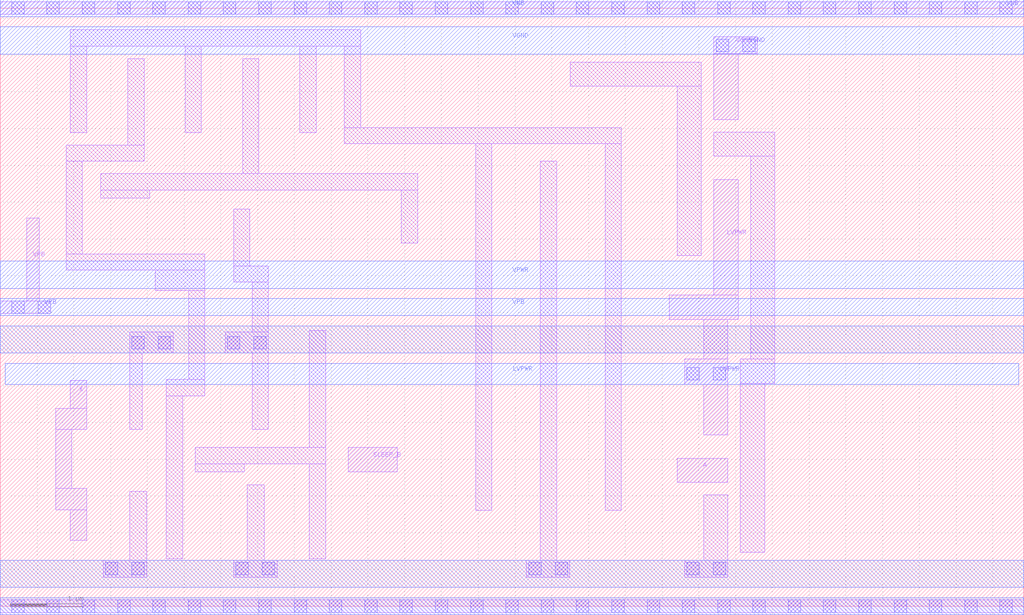
<source format=lef>
# Copyright 2020 The SkyWater PDK Authors
#
# Licensed under the Apache License, Version 2.0 (the "License");
# you may not use this file except in compliance with the License.
# You may obtain a copy of the License at
#
#     https://www.apache.org/licenses/LICENSE-2.0
#
# Unless required by applicable law or agreed to in writing, software
# distributed under the License is distributed on an "AS IS" BASIS,
# WITHOUT WARRANTIES OR CONDITIONS OF ANY KIND, either express or implied.
# See the License for the specific language governing permissions and
# limitations under the License.
#
# SPDX-License-Identifier: Apache-2.0

VERSION 5.7 ;
  NAMESCASESENSITIVE ON ;
  NOWIREEXTENSIONATPIN ON ;
  DIVIDERCHAR "/" ;
  BUSBITCHARS "[]" ;
UNITS
  DATABASE MICRONS 200 ;
END UNITS
MACRO sky130_fd_sc_hvl__lsbuflv2hv_isosrchvaon_1
  CLASS CORE ;
  SOURCE USER ;
  FOREIGN sky130_fd_sc_hvl__lsbuflv2hv_isosrchvaon_1 ;
  ORIGIN  0.000000  0.000000 ;
  SIZE  13.92000 BY  8.140000 ;
  SYMMETRY X Y R90 ;
  SITE unithv ;
  PIN A
    ANTENNAGATEAREA  0.279000 ;
    DIRECTION INPUT ;
    USE SIGNAL ;
    PORT
      LAYER li1 ;
        RECT 9.205000 1.685000 9.895000 2.015000 ;
    END
  END A
  PIN SLEEP_B
    ANTENNAGATEAREA  7.125000 ;
    DIRECTION INPUT ;
    USE SIGNAL ;
    PORT
      LAYER li1 ;
        RECT 4.730000 1.830000 5.400000 2.160000 ;
    END
  END SLEEP_B
  PIN X
    ANTENNADIFFAREA  0.397500 ;
    DIRECTION OUTPUT ;
    USE SIGNAL ;
    PORT
      LAYER li1 ;
        RECT 0.755000 1.315000 1.175000 1.605000 ;
        RECT 0.755000 1.605000 0.975000 2.405000 ;
        RECT 0.755000 2.405000 1.175000 2.695000 ;
        RECT 0.955000 0.895000 1.175000 1.315000 ;
        RECT 0.955000 2.695000 1.175000 3.075000 ;
    END
  END X
  PIN LVPWR
    DIRECTION INOUT ;
    USE POWER ;
    PORT
      LAYER li1 ;
        RECT 9.100000 3.905000 10.035000 4.235000 ;
        RECT 9.305000 3.020000  9.895000 3.365000 ;
        RECT 9.565000 2.335000  9.895000 3.020000 ;
        RECT 9.565000 3.365000  9.895000 3.905000 ;
        RECT 9.705000 4.235000 10.035000 5.805000 ;
      LAYER mcon ;
        RECT 9.335000 3.080000 9.505000 3.250000 ;
        RECT 9.695000 3.080000 9.865000 3.250000 ;
      LAYER met1 ;
        RECT 0.070000 3.020000 13.850000 3.305000 ;
    END
  END LVPWR
  PIN VGND
    DIRECTION INOUT ;
    USE GROUND ;
    PORT
      LAYER li1 ;
        RECT 9.705000 6.625000 10.035000 7.520000 ;
        RECT 9.705000 7.520000 10.295000 7.750000 ;
      LAYER mcon ;
        RECT  9.735000 7.550000  9.905000 7.720000 ;
        RECT 10.095000 7.550000 10.265000 7.720000 ;
      LAYER met1 ;
        RECT 0.000000 7.515000 13.920000 7.885000 ;
    END
  END VGND
  PIN VNB
    DIRECTION INOUT ;
    USE GROUND ;
    PORT
      LAYER li1 ;
        RECT 0.000000 8.055000 13.920000 8.225000 ;
      LAYER mcon ;
        RECT  0.155000 8.055000  0.325000 8.225000 ;
        RECT  0.635000 8.055000  0.805000 8.225000 ;
        RECT  1.115000 8.055000  1.285000 8.225000 ;
        RECT  1.595000 8.055000  1.765000 8.225000 ;
        RECT  2.075000 8.055000  2.245000 8.225000 ;
        RECT  2.555000 8.055000  2.725000 8.225000 ;
        RECT  3.035000 8.055000  3.205000 8.225000 ;
        RECT  3.515000 8.055000  3.685000 8.225000 ;
        RECT  3.995000 8.055000  4.165000 8.225000 ;
        RECT  4.475000 8.055000  4.645000 8.225000 ;
        RECT  4.955000 8.055000  5.125000 8.225000 ;
        RECT  5.435000 8.055000  5.605000 8.225000 ;
        RECT  5.915000 8.055000  6.085000 8.225000 ;
        RECT  6.395000 8.055000  6.565000 8.225000 ;
        RECT  6.875000 8.055000  7.045000 8.225000 ;
        RECT  7.355000 8.055000  7.525000 8.225000 ;
        RECT  7.835000 8.055000  8.005000 8.225000 ;
        RECT  8.315000 8.055000  8.485000 8.225000 ;
        RECT  8.795000 8.055000  8.965000 8.225000 ;
        RECT  9.275000 8.055000  9.445000 8.225000 ;
        RECT  9.755000 8.055000  9.925000 8.225000 ;
        RECT 10.235000 8.055000 10.405000 8.225000 ;
        RECT 10.715000 8.055000 10.885000 8.225000 ;
        RECT 11.195000 8.055000 11.365000 8.225000 ;
        RECT 11.675000 8.055000 11.845000 8.225000 ;
        RECT 12.155000 8.055000 12.325000 8.225000 ;
        RECT 12.635000 8.055000 12.805000 8.225000 ;
        RECT 13.115000 8.055000 13.285000 8.225000 ;
        RECT 13.595000 8.055000 13.765000 8.225000 ;
      LAYER met1 ;
        RECT 0.000000 8.025000 13.920000 8.255000 ;
    END
  END VNB
  PIN VPB
    DIRECTION INOUT ;
    USE POWER ;
    PORT
      LAYER li1 ;
        RECT 0.000000 3.985000 0.685000 4.155000 ;
        RECT 0.360000 4.155000 0.530000 5.280000 ;
      LAYER mcon ;
        RECT 0.155000 3.985000 0.325000 4.155000 ;
        RECT 0.515000 3.985000 0.685000 4.155000 ;
      LAYER met1 ;
        RECT 0.000000 3.955000 13.920000 4.185000 ;
    END
  END VPB
  PIN VPWR
    DIRECTION INOUT ;
    USE POWER ;
    PORT
      LAYER met1 ;
        RECT 0.000000 4.325000 13.920000 4.695000 ;
    END
  END VPWR
  OBS
    LAYER li1 ;
      RECT  0.000000 -0.085000 13.920000 0.085000 ;
      RECT  0.895000  4.575000  2.780000 4.795000 ;
      RECT  0.895000  4.795000  1.115000 6.055000 ;
      RECT  0.895000  6.055000  1.955000 6.275000 ;
      RECT  0.955000  6.445000  1.175000 7.625000 ;
      RECT  0.955000  7.625000  4.900000 7.845000 ;
      RECT  1.365000  5.555000  2.035000 5.665000 ;
      RECT  1.365000  5.665000  5.675000 5.885000 ;
      RECT  1.400000  0.395000  1.990000 0.625000 ;
      RECT  1.735000  6.275000  1.955000 7.455000 ;
      RECT  1.760000  0.625000  1.990000 1.565000 ;
      RECT  1.760000  2.405000  1.930000 3.445000 ;
      RECT  1.760000  3.445000  2.350000 3.735000 ;
      RECT  2.110000  4.295000  2.780000 4.575000 ;
      RECT  2.260000  0.645000  2.480000 2.860000 ;
      RECT  2.260000  2.860000  2.780000 3.085000 ;
      RECT  2.515000  6.445000  2.735000 7.625000 ;
      RECT  2.560000  3.085000  2.780000 4.295000 ;
      RECT  2.650000  1.830000  3.320000 1.940000 ;
      RECT  2.650000  1.940000  4.425000 2.160000 ;
      RECT  3.060000  3.445000  3.645000 3.735000 ;
      RECT  3.175000  0.395000  3.765000 0.625000 ;
      RECT  3.175000  4.410000  3.645000 4.630000 ;
      RECT  3.175000  4.630000  3.395000 5.405000 ;
      RECT  3.295000  5.885000  3.515000 7.455000 ;
      RECT  3.360000  0.625000  3.590000 1.655000 ;
      RECT  3.425000  2.405000  3.645000 3.445000 ;
      RECT  3.425000  3.735000  3.645000 4.410000 ;
      RECT  4.075000  6.445000  4.295000 7.625000 ;
      RECT  4.205000  0.645000  4.425000 1.940000 ;
      RECT  4.205000  2.160000  4.425000 3.755000 ;
      RECT  4.680000  6.295000  8.445000 6.515000 ;
      RECT  4.680000  6.515000  4.900000 7.625000 ;
      RECT  5.455000  4.945000  5.675000 5.665000 ;
      RECT  6.465000  1.305000  6.685000 6.295000 ;
      RECT  7.155000  0.395000  7.745000 0.625000 ;
      RECT  7.340000  0.625000  7.570000 6.055000 ;
      RECT  7.750000  7.075000  9.535000 7.405000 ;
      RECT  8.225000  1.305000  8.445000 6.295000 ;
      RECT  9.205000  4.775000  9.535000 7.075000 ;
      RECT  9.305000  0.395000  9.895000 0.625000 ;
      RECT  9.565000  0.625000  9.895000 1.515000 ;
      RECT  9.705000  6.125000 10.535000 6.455000 ;
      RECT 10.065000  0.735000 10.395000 3.035000 ;
      RECT 10.065000  3.035000 10.535000 3.365000 ;
      RECT 10.205000  3.365000 10.535000 6.125000 ;
    LAYER mcon ;
      RECT  0.155000 -0.085000  0.325000 0.085000 ;
      RECT  0.635000 -0.085000  0.805000 0.085000 ;
      RECT  1.115000 -0.085000  1.285000 0.085000 ;
      RECT  1.430000  0.425000  1.600000 0.595000 ;
      RECT  1.595000 -0.085000  1.765000 0.085000 ;
      RECT  1.790000  0.425000  1.960000 0.595000 ;
      RECT  1.790000  3.505000  1.960000 3.675000 ;
      RECT  2.075000 -0.085000  2.245000 0.085000 ;
      RECT  2.150000  3.505000  2.320000 3.675000 ;
      RECT  2.555000 -0.085000  2.725000 0.085000 ;
      RECT  3.035000 -0.085000  3.205000 0.085000 ;
      RECT  3.090000  3.505000  3.260000 3.675000 ;
      RECT  3.205000  0.425000  3.375000 0.595000 ;
      RECT  3.450000  3.505000  3.620000 3.675000 ;
      RECT  3.515000 -0.085000  3.685000 0.085000 ;
      RECT  3.565000  0.425000  3.735000 0.595000 ;
      RECT  3.995000 -0.085000  4.165000 0.085000 ;
      RECT  4.475000 -0.085000  4.645000 0.085000 ;
      RECT  4.955000 -0.085000  5.125000 0.085000 ;
      RECT  5.435000 -0.085000  5.605000 0.085000 ;
      RECT  5.915000 -0.085000  6.085000 0.085000 ;
      RECT  6.395000 -0.085000  6.565000 0.085000 ;
      RECT  6.875000 -0.085000  7.045000 0.085000 ;
      RECT  7.185000  0.425000  7.355000 0.595000 ;
      RECT  7.355000 -0.085000  7.525000 0.085000 ;
      RECT  7.545000  0.425000  7.715000 0.595000 ;
      RECT  7.835000 -0.085000  8.005000 0.085000 ;
      RECT  8.315000 -0.085000  8.485000 0.085000 ;
      RECT  8.795000 -0.085000  8.965000 0.085000 ;
      RECT  9.275000 -0.085000  9.445000 0.085000 ;
      RECT  9.335000  0.425000  9.505000 0.595000 ;
      RECT  9.695000  0.425000  9.865000 0.595000 ;
      RECT  9.755000 -0.085000  9.925000 0.085000 ;
      RECT 10.235000 -0.085000 10.405000 0.085000 ;
      RECT 10.715000 -0.085000 10.885000 0.085000 ;
      RECT 11.195000 -0.085000 11.365000 0.085000 ;
      RECT 11.675000 -0.085000 11.845000 0.085000 ;
      RECT 12.155000 -0.085000 12.325000 0.085000 ;
      RECT 12.635000 -0.085000 12.805000 0.085000 ;
      RECT 13.115000 -0.085000 13.285000 0.085000 ;
      RECT 13.595000 -0.085000 13.765000 0.085000 ;
    LAYER met1 ;
      RECT 0.000000 -0.115000 13.920000 0.115000 ;
      RECT 0.000000  0.255000 13.920000 0.625000 ;
      RECT 0.000000  3.445000 13.920000 3.815000 ;
  END
END sky130_fd_sc_hvl__lsbuflv2hv_isosrchvaon_1

</source>
